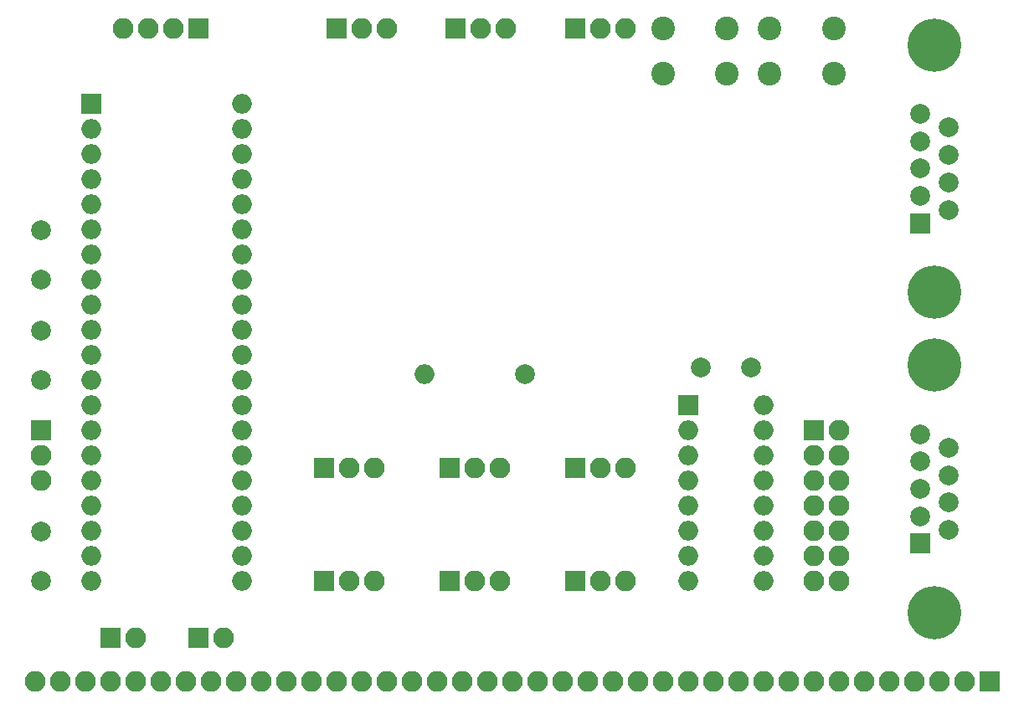
<source format=gbs>
G04 #@! TF.FileFunction,Soldermask,Bot*
%FSLAX46Y46*%
G04 Gerber Fmt 4.6, Leading zero omitted, Abs format (unit mm)*
G04 Created by KiCad (PCBNEW 4.0.7) date 02/14/19 13:46:32*
%MOMM*%
%LPD*%
G01*
G04 APERTURE LIST*
%ADD10C,0.100000*%
%ADD11C,2.000000*%
%ADD12R,2.000000X2.000000*%
%ADD13O,2.000000X2.000000*%
%ADD14R,2.100000X2.100000*%
%ADD15O,2.100000X2.100000*%
%ADD16C,5.400000*%
%ADD17C,2.400000*%
G04 APERTURE END LIST*
D10*
D11*
X54610000Y-132715000D03*
X54610000Y-127715000D03*
X126365000Y-111125000D03*
X121365000Y-111125000D03*
D12*
X120015000Y-114935000D03*
D13*
X127635000Y-132715000D03*
X120015000Y-117475000D03*
X127635000Y-130175000D03*
X120015000Y-120015000D03*
X127635000Y-127635000D03*
X120015000Y-122555000D03*
X127635000Y-125095000D03*
X120015000Y-125095000D03*
X127635000Y-122555000D03*
X120015000Y-127635000D03*
X127635000Y-120015000D03*
X120015000Y-130175000D03*
X127635000Y-117475000D03*
X120015000Y-132715000D03*
X127635000Y-114935000D03*
D14*
X132715000Y-117475000D03*
D15*
X135255000Y-117475000D03*
X132715000Y-120015000D03*
X135255000Y-120015000D03*
X132715000Y-122555000D03*
X135255000Y-122555000D03*
X132715000Y-125095000D03*
X135255000Y-125095000D03*
X132715000Y-127635000D03*
X135255000Y-127635000D03*
X132715000Y-130175000D03*
X135255000Y-130175000D03*
X132715000Y-132715000D03*
X135255000Y-132715000D03*
D11*
X54610000Y-102235000D03*
X54610000Y-97235000D03*
X54610000Y-112395000D03*
X54610000Y-107395000D03*
D14*
X150495000Y-142875000D03*
D15*
X147955000Y-142875000D03*
X145415000Y-142875000D03*
X142875000Y-142875000D03*
X140335000Y-142875000D03*
X137795000Y-142875000D03*
X135255000Y-142875000D03*
X132715000Y-142875000D03*
X130175000Y-142875000D03*
X127635000Y-142875000D03*
X125095000Y-142875000D03*
X122555000Y-142875000D03*
X120015000Y-142875000D03*
X117475000Y-142875000D03*
X114935000Y-142875000D03*
X112395000Y-142875000D03*
X109855000Y-142875000D03*
X107315000Y-142875000D03*
X104775000Y-142875000D03*
X102235000Y-142875000D03*
X99695000Y-142875000D03*
X97155000Y-142875000D03*
X94615000Y-142875000D03*
X92075000Y-142875000D03*
X89535000Y-142875000D03*
X86995000Y-142875000D03*
X84455000Y-142875000D03*
X81915000Y-142875000D03*
X79375000Y-142875000D03*
X76835000Y-142875000D03*
X74295000Y-142875000D03*
X71755000Y-142875000D03*
X69215000Y-142875000D03*
X66675000Y-142875000D03*
X64135000Y-142875000D03*
X61595000Y-142875000D03*
X59055000Y-142875000D03*
X56515000Y-142875000D03*
X53975000Y-142875000D03*
D14*
X83185000Y-132715000D03*
D15*
X85725000Y-132715000D03*
X88265000Y-132715000D03*
D14*
X95885000Y-132715000D03*
D15*
X98425000Y-132715000D03*
X100965000Y-132715000D03*
D14*
X70485000Y-138430000D03*
D15*
X73025000Y-138430000D03*
D14*
X61595000Y-138430000D03*
D15*
X64135000Y-138430000D03*
D11*
X103505000Y-111760000D03*
D13*
X93345000Y-111760000D03*
D12*
X59690000Y-84455000D03*
D13*
X74930000Y-132715000D03*
X59690000Y-86995000D03*
X74930000Y-130175000D03*
X59690000Y-89535000D03*
X74930000Y-127635000D03*
X59690000Y-92075000D03*
X74930000Y-125095000D03*
X59690000Y-94615000D03*
X74930000Y-122555000D03*
X59690000Y-97155000D03*
X74930000Y-120015000D03*
X59690000Y-99695000D03*
X74930000Y-117475000D03*
X59690000Y-102235000D03*
X74930000Y-114935000D03*
X59690000Y-104775000D03*
X74930000Y-112395000D03*
X59690000Y-107315000D03*
X74930000Y-109855000D03*
X59690000Y-109855000D03*
X74930000Y-107315000D03*
X59690000Y-112395000D03*
X74930000Y-104775000D03*
X59690000Y-114935000D03*
X74930000Y-102235000D03*
X59690000Y-117475000D03*
X74930000Y-99695000D03*
X59690000Y-120015000D03*
X74930000Y-97155000D03*
X59690000Y-122555000D03*
X74930000Y-94615000D03*
X59690000Y-125095000D03*
X74930000Y-92075000D03*
X59690000Y-127635000D03*
X74930000Y-89535000D03*
X59690000Y-130175000D03*
X74930000Y-86995000D03*
X59690000Y-132715000D03*
X74930000Y-84455000D03*
D14*
X70485000Y-76835000D03*
D15*
X67945000Y-76835000D03*
X65405000Y-76835000D03*
X62865000Y-76835000D03*
D12*
X143510000Y-96520000D03*
D11*
X143510000Y-93750000D03*
X143510000Y-90980000D03*
X143510000Y-88210000D03*
X143510000Y-85440000D03*
X146350000Y-95135000D03*
X146350000Y-92365000D03*
X146350000Y-89595000D03*
X146350000Y-86825000D03*
D16*
X144930000Y-78480000D03*
X144930000Y-103480000D03*
D12*
X143510000Y-128905000D03*
D11*
X143510000Y-126135000D03*
X143510000Y-123365000D03*
X143510000Y-120595000D03*
X143510000Y-117825000D03*
X146350000Y-127520000D03*
X146350000Y-124750000D03*
X146350000Y-121980000D03*
X146350000Y-119210000D03*
D16*
X144930000Y-110865000D03*
X144930000Y-135865000D03*
D14*
X54610000Y-117475000D03*
D15*
X54610000Y-120015000D03*
X54610000Y-122555000D03*
D14*
X83185000Y-121285000D03*
D15*
X85725000Y-121285000D03*
X88265000Y-121285000D03*
D14*
X95885000Y-121285000D03*
D15*
X98425000Y-121285000D03*
X100965000Y-121285000D03*
D14*
X84455000Y-76835000D03*
D15*
X86995000Y-76835000D03*
X89535000Y-76835000D03*
D14*
X96520000Y-76835000D03*
D15*
X99060000Y-76835000D03*
X101600000Y-76835000D03*
D14*
X108585000Y-76835000D03*
D15*
X111125000Y-76835000D03*
X113665000Y-76835000D03*
D17*
X117475000Y-81335000D03*
X117475000Y-76835000D03*
X123975000Y-81335000D03*
X123975000Y-76835000D03*
X128270000Y-81335000D03*
X128270000Y-76835000D03*
X134770000Y-81335000D03*
X134770000Y-76835000D03*
D14*
X108585000Y-132715000D03*
D15*
X111125000Y-132715000D03*
X113665000Y-132715000D03*
D14*
X108585000Y-121285000D03*
D15*
X111125000Y-121285000D03*
X113665000Y-121285000D03*
M02*

</source>
